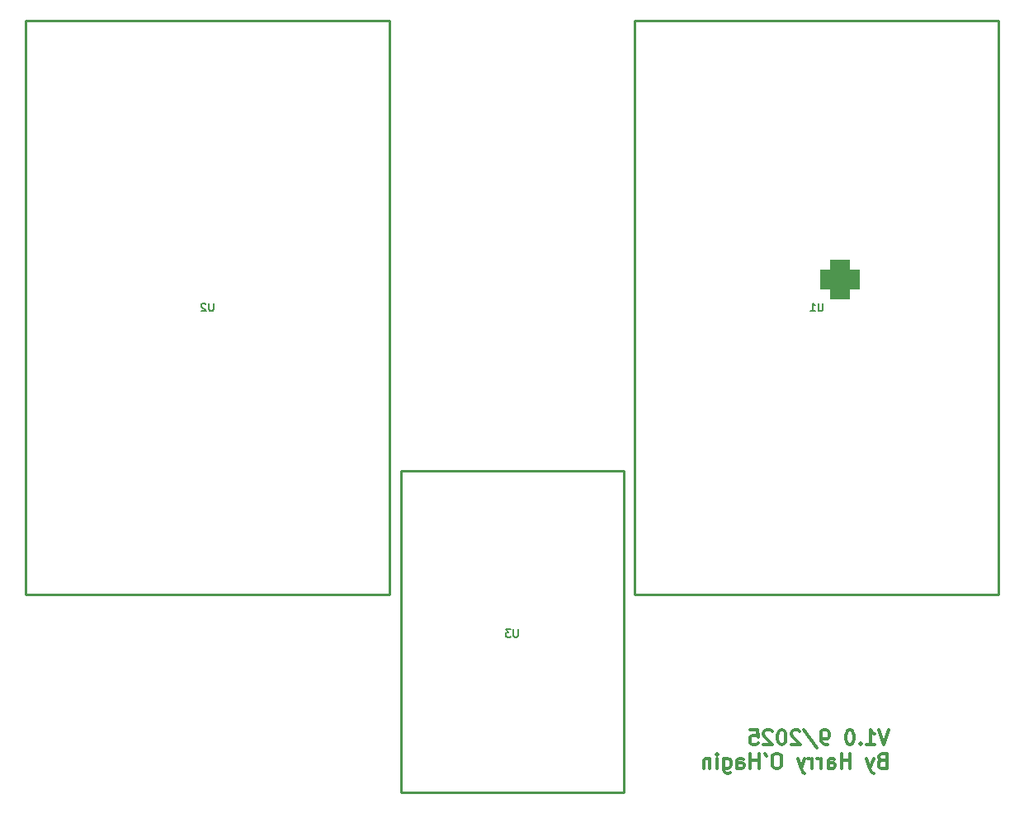
<source format=gbo>
%TF.GenerationSoftware,KiCad,Pcbnew,8.0.5*%
%TF.CreationDate,2025-09-24T23:13:40-07:00*%
%TF.ProjectId,Power8Board V1,506f7765-7238-4426-9f61-72642056312e,rev?*%
%TF.SameCoordinates,Original*%
%TF.FileFunction,Legend,Bot*%
%TF.FilePolarity,Positive*%
%FSLAX46Y46*%
G04 Gerber Fmt 4.6, Leading zero omitted, Abs format (unit mm)*
G04 Created by KiCad (PCBNEW 8.0.5) date 2025-09-24 23:13:40*
%MOMM*%
%LPD*%
G01*
G04 APERTURE LIST*
G04 Aperture macros list*
%AMRoundRect*
0 Rectangle with rounded corners*
0 $1 Rounding radius*
0 $2 $3 $4 $5 $6 $7 $8 $9 X,Y pos of 4 corners*
0 Add a 4 corners polygon primitive as box body*
4,1,4,$2,$3,$4,$5,$6,$7,$8,$9,$2,$3,0*
0 Add four circle primitives for the rounded corners*
1,1,$1+$1,$2,$3*
1,1,$1+$1,$4,$5*
1,1,$1+$1,$6,$7*
1,1,$1+$1,$8,$9*
0 Add four rect primitives between the rounded corners*
20,1,$1+$1,$2,$3,$4,$5,0*
20,1,$1+$1,$4,$5,$6,$7,0*
20,1,$1+$1,$6,$7,$8,$9,0*
20,1,$1+$1,$8,$9,$2,$3,0*%
%AMOutline5P*
0 Free polygon, 5 corners , with rotation*
0 The origin of the aperture is its center*
0 number of corners: always 5*
0 $1 to $10 corner X, Y*
0 $11 Rotation angle, in degrees counterclockwise*
0 create outline with 5 corners*
4,1,5,$1,$2,$3,$4,$5,$6,$7,$8,$9,$10,$1,$2,$11*%
%AMOutline6P*
0 Free polygon, 6 corners , with rotation*
0 The origin of the aperture is its center*
0 number of corners: always 6*
0 $1 to $12 corner X, Y*
0 $13 Rotation angle, in degrees counterclockwise*
0 create outline with 6 corners*
4,1,6,$1,$2,$3,$4,$5,$6,$7,$8,$9,$10,$11,$12,$1,$2,$13*%
%AMOutline7P*
0 Free polygon, 7 corners , with rotation*
0 The origin of the aperture is its center*
0 number of corners: always 7*
0 $1 to $14 corner X, Y*
0 $15 Rotation angle, in degrees counterclockwise*
0 create outline with 7 corners*
4,1,7,$1,$2,$3,$4,$5,$6,$7,$8,$9,$10,$11,$12,$13,$14,$1,$2,$15*%
%AMOutline8P*
0 Free polygon, 8 corners , with rotation*
0 The origin of the aperture is its center*
0 number of corners: always 8*
0 $1 to $16 corner X, Y*
0 $17 Rotation angle, in degrees counterclockwise*
0 create outline with 8 corners*
4,1,8,$1,$2,$3,$4,$5,$6,$7,$8,$9,$10,$11,$12,$13,$14,$15,$16,$1,$2,$17*%
G04 Aperture macros list end*
%ADD10C,0.300000*%
%ADD11C,0.150000*%
%ADD12C,0.254000*%
%ADD13R,3.800000X3.800000*%
%ADD14C,4.100000*%
%ADD15R,1.524000X1.524000*%
%ADD16C,1.524000*%
%ADD17R,2.000000X0.900000*%
%ADD18RoundRect,1.025000X-1.025000X1.025000X-1.025000X-1.025000X1.025000X-1.025000X1.025000X1.025000X0*%
%ADD19R,1.300000X2.300000*%
%ADD20C,3.810000*%
%ADD21R,3.556000X5.080000*%
%ADD22Outline5P,-2.540000X1.778000X2.540000X1.778000X2.540000X-0.533400X1.295400X-1.778000X-2.540000X-1.778000X270.000000*%
%ADD23Outline5P,-2.540000X1.778000X1.295400X1.778000X2.540000X0.533400X2.540000X-1.778000X-2.540000X-1.778000X270.000000*%
%ADD24C,1.400000*%
%ADD25R,3.000000X3.000000*%
%ADD26C,3.000000*%
%ADD27C,3.302000*%
%ADD28C,4.318000*%
%ADD29C,2.794000*%
%ADD30C,3.048000*%
G04 APERTURE END LIST*
D10*
X188659774Y-146385912D02*
X188159774Y-147885912D01*
X188159774Y-147885912D02*
X187659774Y-146385912D01*
X186374060Y-147885912D02*
X187231203Y-147885912D01*
X186802632Y-147885912D02*
X186802632Y-146385912D01*
X186802632Y-146385912D02*
X186945489Y-146600198D01*
X186945489Y-146600198D02*
X187088346Y-146743055D01*
X187088346Y-146743055D02*
X187231203Y-146814484D01*
X185731204Y-147743055D02*
X185659775Y-147814484D01*
X185659775Y-147814484D02*
X185731204Y-147885912D01*
X185731204Y-147885912D02*
X185802632Y-147814484D01*
X185802632Y-147814484D02*
X185731204Y-147743055D01*
X185731204Y-147743055D02*
X185731204Y-147885912D01*
X184731203Y-146385912D02*
X184588346Y-146385912D01*
X184588346Y-146385912D02*
X184445489Y-146457341D01*
X184445489Y-146457341D02*
X184374061Y-146528769D01*
X184374061Y-146528769D02*
X184302632Y-146671626D01*
X184302632Y-146671626D02*
X184231203Y-146957341D01*
X184231203Y-146957341D02*
X184231203Y-147314484D01*
X184231203Y-147314484D02*
X184302632Y-147600198D01*
X184302632Y-147600198D02*
X184374061Y-147743055D01*
X184374061Y-147743055D02*
X184445489Y-147814484D01*
X184445489Y-147814484D02*
X184588346Y-147885912D01*
X184588346Y-147885912D02*
X184731203Y-147885912D01*
X184731203Y-147885912D02*
X184874061Y-147814484D01*
X184874061Y-147814484D02*
X184945489Y-147743055D01*
X184945489Y-147743055D02*
X185016918Y-147600198D01*
X185016918Y-147600198D02*
X185088346Y-147314484D01*
X185088346Y-147314484D02*
X185088346Y-146957341D01*
X185088346Y-146957341D02*
X185016918Y-146671626D01*
X185016918Y-146671626D02*
X184945489Y-146528769D01*
X184945489Y-146528769D02*
X184874061Y-146457341D01*
X184874061Y-146457341D02*
X184731203Y-146385912D01*
X182374061Y-147885912D02*
X182088347Y-147885912D01*
X182088347Y-147885912D02*
X181945490Y-147814484D01*
X181945490Y-147814484D02*
X181874061Y-147743055D01*
X181874061Y-147743055D02*
X181731204Y-147528769D01*
X181731204Y-147528769D02*
X181659775Y-147243055D01*
X181659775Y-147243055D02*
X181659775Y-146671626D01*
X181659775Y-146671626D02*
X181731204Y-146528769D01*
X181731204Y-146528769D02*
X181802633Y-146457341D01*
X181802633Y-146457341D02*
X181945490Y-146385912D01*
X181945490Y-146385912D02*
X182231204Y-146385912D01*
X182231204Y-146385912D02*
X182374061Y-146457341D01*
X182374061Y-146457341D02*
X182445490Y-146528769D01*
X182445490Y-146528769D02*
X182516918Y-146671626D01*
X182516918Y-146671626D02*
X182516918Y-147028769D01*
X182516918Y-147028769D02*
X182445490Y-147171626D01*
X182445490Y-147171626D02*
X182374061Y-147243055D01*
X182374061Y-147243055D02*
X182231204Y-147314484D01*
X182231204Y-147314484D02*
X181945490Y-147314484D01*
X181945490Y-147314484D02*
X181802633Y-147243055D01*
X181802633Y-147243055D02*
X181731204Y-147171626D01*
X181731204Y-147171626D02*
X181659775Y-147028769D01*
X179945490Y-146314484D02*
X181231204Y-148243055D01*
X179516918Y-146528769D02*
X179445490Y-146457341D01*
X179445490Y-146457341D02*
X179302633Y-146385912D01*
X179302633Y-146385912D02*
X178945490Y-146385912D01*
X178945490Y-146385912D02*
X178802633Y-146457341D01*
X178802633Y-146457341D02*
X178731204Y-146528769D01*
X178731204Y-146528769D02*
X178659775Y-146671626D01*
X178659775Y-146671626D02*
X178659775Y-146814484D01*
X178659775Y-146814484D02*
X178731204Y-147028769D01*
X178731204Y-147028769D02*
X179588347Y-147885912D01*
X179588347Y-147885912D02*
X178659775Y-147885912D01*
X177731204Y-146385912D02*
X177588347Y-146385912D01*
X177588347Y-146385912D02*
X177445490Y-146457341D01*
X177445490Y-146457341D02*
X177374062Y-146528769D01*
X177374062Y-146528769D02*
X177302633Y-146671626D01*
X177302633Y-146671626D02*
X177231204Y-146957341D01*
X177231204Y-146957341D02*
X177231204Y-147314484D01*
X177231204Y-147314484D02*
X177302633Y-147600198D01*
X177302633Y-147600198D02*
X177374062Y-147743055D01*
X177374062Y-147743055D02*
X177445490Y-147814484D01*
X177445490Y-147814484D02*
X177588347Y-147885912D01*
X177588347Y-147885912D02*
X177731204Y-147885912D01*
X177731204Y-147885912D02*
X177874062Y-147814484D01*
X177874062Y-147814484D02*
X177945490Y-147743055D01*
X177945490Y-147743055D02*
X178016919Y-147600198D01*
X178016919Y-147600198D02*
X178088347Y-147314484D01*
X178088347Y-147314484D02*
X178088347Y-146957341D01*
X178088347Y-146957341D02*
X178016919Y-146671626D01*
X178016919Y-146671626D02*
X177945490Y-146528769D01*
X177945490Y-146528769D02*
X177874062Y-146457341D01*
X177874062Y-146457341D02*
X177731204Y-146385912D01*
X176659776Y-146528769D02*
X176588348Y-146457341D01*
X176588348Y-146457341D02*
X176445491Y-146385912D01*
X176445491Y-146385912D02*
X176088348Y-146385912D01*
X176088348Y-146385912D02*
X175945491Y-146457341D01*
X175945491Y-146457341D02*
X175874062Y-146528769D01*
X175874062Y-146528769D02*
X175802633Y-146671626D01*
X175802633Y-146671626D02*
X175802633Y-146814484D01*
X175802633Y-146814484D02*
X175874062Y-147028769D01*
X175874062Y-147028769D02*
X176731205Y-147885912D01*
X176731205Y-147885912D02*
X175802633Y-147885912D01*
X174445491Y-146385912D02*
X175159777Y-146385912D01*
X175159777Y-146385912D02*
X175231205Y-147100198D01*
X175231205Y-147100198D02*
X175159777Y-147028769D01*
X175159777Y-147028769D02*
X175016920Y-146957341D01*
X175016920Y-146957341D02*
X174659777Y-146957341D01*
X174659777Y-146957341D02*
X174516920Y-147028769D01*
X174516920Y-147028769D02*
X174445491Y-147100198D01*
X174445491Y-147100198D02*
X174374062Y-147243055D01*
X174374062Y-147243055D02*
X174374062Y-147600198D01*
X174374062Y-147600198D02*
X174445491Y-147743055D01*
X174445491Y-147743055D02*
X174516920Y-147814484D01*
X174516920Y-147814484D02*
X174659777Y-147885912D01*
X174659777Y-147885912D02*
X175016920Y-147885912D01*
X175016920Y-147885912D02*
X175159777Y-147814484D01*
X175159777Y-147814484D02*
X175231205Y-147743055D01*
X187945489Y-149515114D02*
X187731203Y-149586542D01*
X187731203Y-149586542D02*
X187659774Y-149657971D01*
X187659774Y-149657971D02*
X187588346Y-149800828D01*
X187588346Y-149800828D02*
X187588346Y-150015114D01*
X187588346Y-150015114D02*
X187659774Y-150157971D01*
X187659774Y-150157971D02*
X187731203Y-150229400D01*
X187731203Y-150229400D02*
X187874060Y-150300828D01*
X187874060Y-150300828D02*
X188445489Y-150300828D01*
X188445489Y-150300828D02*
X188445489Y-148800828D01*
X188445489Y-148800828D02*
X187945489Y-148800828D01*
X187945489Y-148800828D02*
X187802632Y-148872257D01*
X187802632Y-148872257D02*
X187731203Y-148943685D01*
X187731203Y-148943685D02*
X187659774Y-149086542D01*
X187659774Y-149086542D02*
X187659774Y-149229400D01*
X187659774Y-149229400D02*
X187731203Y-149372257D01*
X187731203Y-149372257D02*
X187802632Y-149443685D01*
X187802632Y-149443685D02*
X187945489Y-149515114D01*
X187945489Y-149515114D02*
X188445489Y-149515114D01*
X187088346Y-149300828D02*
X186731203Y-150300828D01*
X186374060Y-149300828D02*
X186731203Y-150300828D01*
X186731203Y-150300828D02*
X186874060Y-150657971D01*
X186874060Y-150657971D02*
X186945489Y-150729400D01*
X186945489Y-150729400D02*
X187088346Y-150800828D01*
X184659775Y-150300828D02*
X184659775Y-148800828D01*
X184659775Y-149515114D02*
X183802632Y-149515114D01*
X183802632Y-150300828D02*
X183802632Y-148800828D01*
X182445489Y-150300828D02*
X182445489Y-149515114D01*
X182445489Y-149515114D02*
X182516917Y-149372257D01*
X182516917Y-149372257D02*
X182659774Y-149300828D01*
X182659774Y-149300828D02*
X182945489Y-149300828D01*
X182945489Y-149300828D02*
X183088346Y-149372257D01*
X182445489Y-150229400D02*
X182588346Y-150300828D01*
X182588346Y-150300828D02*
X182945489Y-150300828D01*
X182945489Y-150300828D02*
X183088346Y-150229400D01*
X183088346Y-150229400D02*
X183159774Y-150086542D01*
X183159774Y-150086542D02*
X183159774Y-149943685D01*
X183159774Y-149943685D02*
X183088346Y-149800828D01*
X183088346Y-149800828D02*
X182945489Y-149729400D01*
X182945489Y-149729400D02*
X182588346Y-149729400D01*
X182588346Y-149729400D02*
X182445489Y-149657971D01*
X181731203Y-150300828D02*
X181731203Y-149300828D01*
X181731203Y-149586542D02*
X181659774Y-149443685D01*
X181659774Y-149443685D02*
X181588346Y-149372257D01*
X181588346Y-149372257D02*
X181445488Y-149300828D01*
X181445488Y-149300828D02*
X181302631Y-149300828D01*
X180802632Y-150300828D02*
X180802632Y-149300828D01*
X180802632Y-149586542D02*
X180731203Y-149443685D01*
X180731203Y-149443685D02*
X180659775Y-149372257D01*
X180659775Y-149372257D02*
X180516917Y-149300828D01*
X180516917Y-149300828D02*
X180374060Y-149300828D01*
X180016918Y-149300828D02*
X179659775Y-150300828D01*
X179302632Y-149300828D02*
X179659775Y-150300828D01*
X179659775Y-150300828D02*
X179802632Y-150657971D01*
X179802632Y-150657971D02*
X179874061Y-150729400D01*
X179874061Y-150729400D02*
X180016918Y-150800828D01*
X177302632Y-148800828D02*
X177016918Y-148800828D01*
X177016918Y-148800828D02*
X176874061Y-148872257D01*
X176874061Y-148872257D02*
X176731204Y-149015114D01*
X176731204Y-149015114D02*
X176659775Y-149300828D01*
X176659775Y-149300828D02*
X176659775Y-149800828D01*
X176659775Y-149800828D02*
X176731204Y-150086542D01*
X176731204Y-150086542D02*
X176874061Y-150229400D01*
X176874061Y-150229400D02*
X177016918Y-150300828D01*
X177016918Y-150300828D02*
X177302632Y-150300828D01*
X177302632Y-150300828D02*
X177445490Y-150229400D01*
X177445490Y-150229400D02*
X177588347Y-150086542D01*
X177588347Y-150086542D02*
X177659775Y-149800828D01*
X177659775Y-149800828D02*
X177659775Y-149300828D01*
X177659775Y-149300828D02*
X177588347Y-149015114D01*
X177588347Y-149015114D02*
X177445490Y-148872257D01*
X177445490Y-148872257D02*
X177302632Y-148800828D01*
X175945489Y-148800828D02*
X176088346Y-149086542D01*
X175302632Y-150300828D02*
X175302632Y-148800828D01*
X175302632Y-149515114D02*
X174445489Y-149515114D01*
X174445489Y-150300828D02*
X174445489Y-148800828D01*
X173088346Y-150300828D02*
X173088346Y-149515114D01*
X173088346Y-149515114D02*
X173159774Y-149372257D01*
X173159774Y-149372257D02*
X173302631Y-149300828D01*
X173302631Y-149300828D02*
X173588346Y-149300828D01*
X173588346Y-149300828D02*
X173731203Y-149372257D01*
X173088346Y-150229400D02*
X173231203Y-150300828D01*
X173231203Y-150300828D02*
X173588346Y-150300828D01*
X173588346Y-150300828D02*
X173731203Y-150229400D01*
X173731203Y-150229400D02*
X173802631Y-150086542D01*
X173802631Y-150086542D02*
X173802631Y-149943685D01*
X173802631Y-149943685D02*
X173731203Y-149800828D01*
X173731203Y-149800828D02*
X173588346Y-149729400D01*
X173588346Y-149729400D02*
X173231203Y-149729400D01*
X173231203Y-149729400D02*
X173088346Y-149657971D01*
X171731203Y-149300828D02*
X171731203Y-150515114D01*
X171731203Y-150515114D02*
X171802631Y-150657971D01*
X171802631Y-150657971D02*
X171874060Y-150729400D01*
X171874060Y-150729400D02*
X172016917Y-150800828D01*
X172016917Y-150800828D02*
X172231203Y-150800828D01*
X172231203Y-150800828D02*
X172374060Y-150729400D01*
X171731203Y-150229400D02*
X171874060Y-150300828D01*
X171874060Y-150300828D02*
X172159774Y-150300828D01*
X172159774Y-150300828D02*
X172302631Y-150229400D01*
X172302631Y-150229400D02*
X172374060Y-150157971D01*
X172374060Y-150157971D02*
X172445488Y-150015114D01*
X172445488Y-150015114D02*
X172445488Y-149586542D01*
X172445488Y-149586542D02*
X172374060Y-149443685D01*
X172374060Y-149443685D02*
X172302631Y-149372257D01*
X172302631Y-149372257D02*
X172159774Y-149300828D01*
X172159774Y-149300828D02*
X171874060Y-149300828D01*
X171874060Y-149300828D02*
X171731203Y-149372257D01*
X171016917Y-150300828D02*
X171016917Y-149300828D01*
X171016917Y-148800828D02*
X171088345Y-148872257D01*
X171088345Y-148872257D02*
X171016917Y-148943685D01*
X171016917Y-148943685D02*
X170945488Y-148872257D01*
X170945488Y-148872257D02*
X171016917Y-148800828D01*
X171016917Y-148800828D02*
X171016917Y-148943685D01*
X170302631Y-149300828D02*
X170302631Y-150300828D01*
X170302631Y-149443685D02*
X170231202Y-149372257D01*
X170231202Y-149372257D02*
X170088345Y-149300828D01*
X170088345Y-149300828D02*
X169874059Y-149300828D01*
X169874059Y-149300828D02*
X169731202Y-149372257D01*
X169731202Y-149372257D02*
X169659774Y-149515114D01*
X169659774Y-149515114D02*
X169659774Y-150300828D01*
D11*
X181859523Y-102562295D02*
X181859523Y-103209914D01*
X181859523Y-103209914D02*
X181821428Y-103286104D01*
X181821428Y-103286104D02*
X181783333Y-103324200D01*
X181783333Y-103324200D02*
X181707142Y-103362295D01*
X181707142Y-103362295D02*
X181554761Y-103362295D01*
X181554761Y-103362295D02*
X181478571Y-103324200D01*
X181478571Y-103324200D02*
X181440476Y-103286104D01*
X181440476Y-103286104D02*
X181402380Y-103209914D01*
X181402380Y-103209914D02*
X181402380Y-102562295D01*
X180602381Y-103362295D02*
X181059524Y-103362295D01*
X180830952Y-103362295D02*
X180830952Y-102562295D01*
X180830952Y-102562295D02*
X180907143Y-102676580D01*
X180907143Y-102676580D02*
X180983333Y-102752771D01*
X180983333Y-102752771D02*
X181059524Y-102790866D01*
X150609523Y-136062295D02*
X150609523Y-136709914D01*
X150609523Y-136709914D02*
X150571428Y-136786104D01*
X150571428Y-136786104D02*
X150533333Y-136824200D01*
X150533333Y-136824200D02*
X150457142Y-136862295D01*
X150457142Y-136862295D02*
X150304761Y-136862295D01*
X150304761Y-136862295D02*
X150228571Y-136824200D01*
X150228571Y-136824200D02*
X150190476Y-136786104D01*
X150190476Y-136786104D02*
X150152380Y-136709914D01*
X150152380Y-136709914D02*
X150152380Y-136062295D01*
X149847619Y-136062295D02*
X149352381Y-136062295D01*
X149352381Y-136062295D02*
X149619047Y-136367057D01*
X149619047Y-136367057D02*
X149504762Y-136367057D01*
X149504762Y-136367057D02*
X149428571Y-136405152D01*
X149428571Y-136405152D02*
X149390476Y-136443247D01*
X149390476Y-136443247D02*
X149352381Y-136519438D01*
X149352381Y-136519438D02*
X149352381Y-136709914D01*
X149352381Y-136709914D02*
X149390476Y-136786104D01*
X149390476Y-136786104D02*
X149428571Y-136824200D01*
X149428571Y-136824200D02*
X149504762Y-136862295D01*
X149504762Y-136862295D02*
X149733333Y-136862295D01*
X149733333Y-136862295D02*
X149809524Y-136824200D01*
X149809524Y-136824200D02*
X149847619Y-136786104D01*
X119359523Y-102562295D02*
X119359523Y-103209914D01*
X119359523Y-103209914D02*
X119321428Y-103286104D01*
X119321428Y-103286104D02*
X119283333Y-103324200D01*
X119283333Y-103324200D02*
X119207142Y-103362295D01*
X119207142Y-103362295D02*
X119054761Y-103362295D01*
X119054761Y-103362295D02*
X118978571Y-103324200D01*
X118978571Y-103324200D02*
X118940476Y-103286104D01*
X118940476Y-103286104D02*
X118902380Y-103209914D01*
X118902380Y-103209914D02*
X118902380Y-102562295D01*
X118559524Y-102638485D02*
X118521428Y-102600390D01*
X118521428Y-102600390D02*
X118445238Y-102562295D01*
X118445238Y-102562295D02*
X118254762Y-102562295D01*
X118254762Y-102562295D02*
X118178571Y-102600390D01*
X118178571Y-102600390D02*
X118140476Y-102638485D01*
X118140476Y-102638485D02*
X118102381Y-102714676D01*
X118102381Y-102714676D02*
X118102381Y-102790866D01*
X118102381Y-102790866D02*
X118140476Y-102905152D01*
X118140476Y-102905152D02*
X118597619Y-103362295D01*
X118597619Y-103362295D02*
X118102381Y-103362295D01*
%TO.C,U1*%
D12*
X199919000Y-73536000D02*
X162581000Y-73536000D01*
X162581000Y-132464000D01*
X199919000Y-132464000D01*
X199919000Y-73536000D01*
%TO.C,U3*%
X161430000Y-119770000D02*
X138570000Y-119770000D01*
X138570000Y-152790000D01*
X161430000Y-152790000D01*
X161430000Y-119770000D01*
%TO.C,U2*%
X137419000Y-73536000D02*
X100081000Y-73536000D01*
X100081000Y-132464000D01*
X137419000Y-132464000D01*
X137419000Y-73536000D01*
%TD*%
%LPC*%
D13*
%TO.C,J1*%
X145750000Y-116833332D03*
D14*
X145750000Y-111833332D03*
%TD*%
D13*
%TO.C,J5*%
X154250000Y-111833332D03*
D14*
X154250000Y-116833332D03*
%TD*%
D13*
%TO.C,J0*%
X145750000Y-140000000D03*
D14*
X145750000Y-135000000D03*
%TD*%
D15*
%TO.C,C3*%
X179500000Y-84500000D03*
D16*
X183000000Y-84500000D03*
%TD*%
D17*
%TO.C,J10*%
X189600000Y-97000000D03*
X189600000Y-110500000D03*
D18*
X183600000Y-100150000D03*
D14*
X183600000Y-107350000D03*
D19*
X187250000Y-103750000D03*
%TD*%
D13*
%TO.C,J4*%
X154250000Y-135000000D03*
D14*
X154250000Y-140000000D03*
%TD*%
D13*
%TO.C,J2*%
X145750000Y-93666666D03*
D14*
X145750000Y-88666666D03*
%TD*%
D20*
%TO.C,U1*%
X173630000Y-77600000D03*
X181250000Y-77600000D03*
X188870000Y-77600000D03*
D21*
X192680000Y-128400000D03*
D22*
X188870000Y-127765000D03*
D23*
X173630000Y-127765000D03*
D21*
X169820000Y-128400000D03*
%TD*%
D13*
%TO.C,J3*%
X145750000Y-70500000D03*
D14*
X145750000Y-65500000D03*
%TD*%
D13*
%TO.C,J7*%
X154250000Y-65500000D03*
D14*
X154250000Y-70500000D03*
%TD*%
D15*
%TO.C,C2*%
X111250000Y-84750000D03*
D16*
X114750000Y-84750000D03*
%TD*%
D24*
%TO.C,J9*%
X103500000Y-108250000D03*
X103500000Y-95250000D03*
D25*
X113500000Y-105250000D03*
D26*
X113500000Y-101750000D03*
X113500000Y-98250001D03*
%TD*%
D13*
%TO.C,J6*%
X154250000Y-88666666D03*
D14*
X154250000Y-93666666D03*
%TD*%
D27*
%TO.C,U3*%
X142380000Y-122310000D03*
X150000000Y-122310000D03*
X157620000Y-122310000D03*
D28*
X157620000Y-150250000D03*
D29*
X153810000Y-150250000D03*
D30*
X150000000Y-150250000D03*
D29*
X146190000Y-150250000D03*
D28*
X142380000Y-150250000D03*
%TD*%
D15*
%TO.C,C1*%
X176000000Y-106083250D03*
D16*
X176000000Y-102583249D03*
%TD*%
D20*
%TO.C,U2*%
X111130000Y-77600000D03*
X118750000Y-77600000D03*
X126370000Y-77600000D03*
D21*
X130180000Y-128400000D03*
D22*
X126370000Y-127765000D03*
D23*
X111130000Y-127765000D03*
D21*
X107320000Y-128400000D03*
%TD*%
%LPD*%
M02*

</source>
